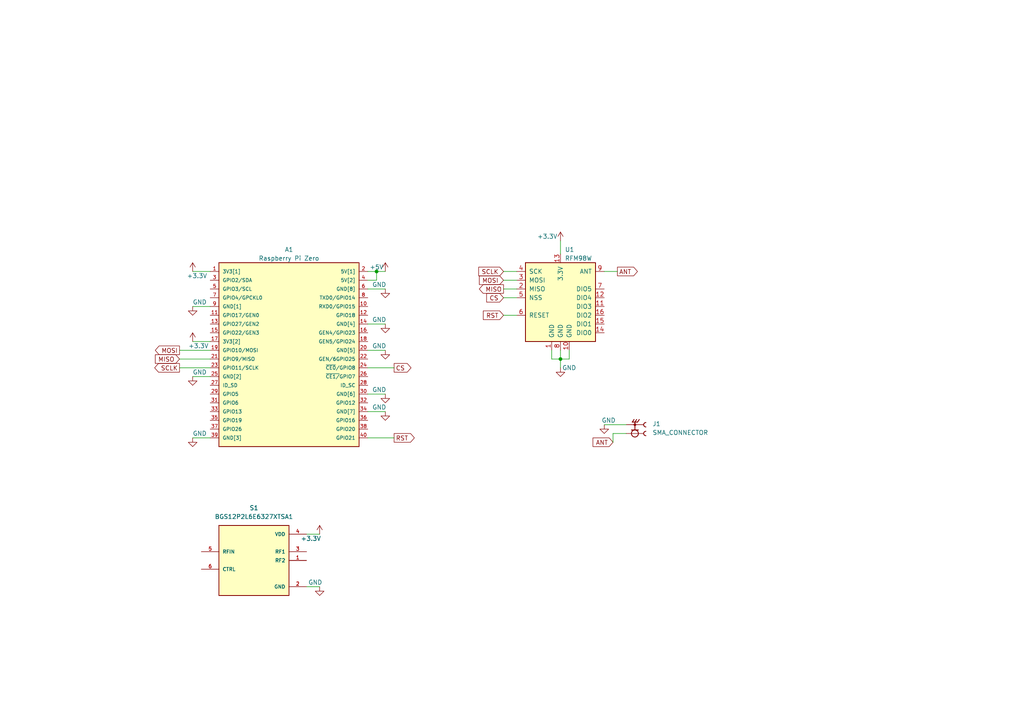
<source format=kicad_sch>
(kicad_sch (version 20211123) (generator eeschema)
  (paper "A4")
  (lib_symbols
    (symbol "ADA3708:ADA3708" (pin_names (offset 1.016))
      (property "Reference" "A" (at -20.3454 26.6954 0))
      (property "Value" "ADA3708" (at -20.3454 -30.5054 0))
      (symbol "ADA3708_0_0"
        (rectangle (start -20.32 -27.94) (end 20.32 25.4) (stroke (width 0.254)) (fill (type background)))
        (pin power_in line (at -22.86 22.86 0) (length 2.54) (name "3V3[1]") (number "1"))
        (pin bidirectional line (at 22.86 12.7 180) (length 2.54) (name "RXD0/GPIO15") (number "10"))
        (pin bidirectional line (at -22.86 10.16 0) (length 2.54) (name "GPIO17/GEN0") (number "11"))
        (pin bidirectional line (at 22.86 10.16 180) (length 2.54) (name "GPIO18") (number "12"))
        (pin bidirectional line (at -22.86 7.62 0) (length 2.54) (name "GPIO27/GEN2") (number "13"))
        (pin power_in line (at 22.86 7.62 180) (length 2.54) (name "GND[4]") (number "14"))
        (pin bidirectional line (at -22.86 5.08 0) (length 2.54) (name "GPIO22/GEN3") (number "15"))
        (pin bidirectional line (at 22.86 5.08 180) (length 2.54) (name "GEN4/GPIO23") (number "16"))
        (pin power_in line (at -22.86 2.54 0) (length 2.54) (name "3V3[2]") (number "17"))
        (pin bidirectional line (at 22.86 2.54 180) (length 2.54) (name "GEN5/GPIO24") (number "18"))
        (pin bidirectional line (at -22.86 0 0) (length 2.54) (name "GPIO10/MOSI") (number "19"))
        (pin power_in line (at 22.86 22.86 180) (length 2.54) (name "5V[1]") (number "2"))
        (pin power_in line (at 22.86 0 180) (length 2.54) (name "GND[5]") (number "20"))
        (pin bidirectional line (at -22.86 -2.54 0) (length 2.54) (name "GPIO9/MISO") (number "21"))
        (pin bidirectional line (at 22.86 -2.54 180) (length 2.54) (name "GEN/6GPIO25") (number "22"))
        (pin bidirectional line (at -22.86 -5.08 0) (length 2.54) (name "GPIO11/SCLK") (number "23"))
        (pin bidirectional line (at 22.86 -5.08 180) (length 2.54) (name "~{CE0}/GPIO8") (number "24"))
        (pin power_in line (at -22.86 -7.62 0) (length 2.54) (name "GND[2]") (number "25"))
        (pin bidirectional line (at 22.86 -7.62 180) (length 2.54) (name "~{CE1/}GPIO7") (number "26"))
        (pin bidirectional line (at -22.86 -10.16 0) (length 2.54) (name "ID_SD") (number "27"))
        (pin bidirectional line (at 22.86 -10.16 180) (length 2.54) (name "ID_SC") (number "28"))
        (pin bidirectional line (at -22.86 -12.7 0) (length 2.54) (name "GPIO5") (number "29"))
        (pin bidirectional line (at -22.86 20.32 0) (length 2.54) (name "GPIO2/SDA") (number "3"))
        (pin power_in line (at 22.86 -12.7 180) (length 2.54) (name "GND[6]") (number "30"))
        (pin bidirectional line (at -22.86 -15.24 0) (length 2.54) (name "GPIO6") (number "31"))
        (pin bidirectional line (at 22.86 -15.24 180) (length 2.54) (name "GPIO12") (number "32"))
        (pin bidirectional line (at -22.86 -17.78 0) (length 2.54) (name "GPIO13") (number "33"))
        (pin power_in line (at 22.86 -17.78 180) (length 2.54) (name "GND[7]") (number "34"))
        (pin bidirectional line (at -22.86 -20.32 0) (length 2.54) (name "GPIO19") (number "35"))
        (pin bidirectional line (at 22.86 -20.32 180) (length 2.54) (name "GPIO16") (number "36"))
        (pin bidirectional line (at -22.86 -22.86 0) (length 2.54) (name "GPIO26") (number "37"))
        (pin bidirectional line (at 22.86 -22.86 180) (length 2.54) (name "GPIO20") (number "38"))
        (pin power_in line (at -22.86 -25.4 0) (length 2.54) (name "GND[3]") (number "39"))
        (pin power_in line (at 22.86 20.32 180) (length 2.54) (name "5V[2]") (number "4"))
        (pin bidirectional line (at 22.86 -25.4 180) (length 2.54) (name "GPIO21") (number "40"))
        (pin bidirectional line (at -22.86 17.78 0) (length 2.54) (name "GPIO3/SCL") (number "5"))
        (pin power_in line (at 22.86 17.78 180) (length 2.54) (name "GND[8]") (number "6"))
        (pin bidirectional line (at -22.86 15.24 0) (length 2.54) (name "GPIO4/GPCKL0") (number "7"))
        (pin bidirectional line (at 22.86 15.24 180) (length 2.54) (name "TXD0/GPIO14") (number "8"))
        (pin power_in line (at -22.86 12.7 0) (length 2.54) (name "GND[1]") (number "9"))
      )
    )
    (symbol "BGS12P2L6E6327XTSA1:BGS12P2L6E6327XTSA1" (pin_names (offset 1.016))
      (property "Reference" "S" (at -10.16 10.922 0))
      (property "Value" "BGS12P2L6E6327XTSA1" (at -10.16 -12.7 0))
      (symbol "BGS12P2L6E6327XTSA1_0_0"
        (rectangle (start -10.16 -10.16) (end 10.16 10.16) (stroke (width 0.254)) (fill (type background)))
        (pin bidirectional line (at 15.24 0 180) (length 5.08) (name "RF2") (number "1"))
        (pin power_in line (at 15.24 -7.62 180) (length 5.08) (name "GND") (number "2"))
        (pin bidirectional line (at 15.24 2.54 180) (length 5.08) (name "RF1") (number "3"))
        (pin power_in line (at 15.24 7.62 180) (length 5.08) (name "VDD") (number "4"))
        (pin input line (at -15.24 2.54 0) (length 5.08) (name "RFIN") (number "5"))
        (pin input line (at -15.24 -2.54 0) (length 5.08) (name "CTRL") (number "6"))
      )
    )
    (symbol "RF_Module:RFM98W-433S2" (pin_names (offset 1.016))
      (property "Reference" "U" (at -10.414 11.684 0))
      (property "Value" "RFM98W-433S2" (at 1.524 11.43 0))
      (symbol "RFM98W-433S2_0_1"
        (rectangle (start -10.16 10.16) (end 10.16 -12.7) (stroke (width 0.254)) (fill (type background)))
      )
      (symbol "RFM98W-433S2_1_1"
        (pin power_in line (at -2.54 -15.24 90) (length 2.54) (name "GND") (number "1"))
        (pin power_in line (at 2.54 -15.24 90) (length 2.54) (name "GND") (number "10"))
        (pin bidirectional line (at 12.7 -2.54 180) (length 2.54) (name "DIO3") (number "11"))
        (pin bidirectional line (at 12.7 0 180) (length 2.54) (name "DIO4") (number "12"))
        (pin power_in line (at 0 12.7 270) (length 2.54) (name "3.3V") (number "13"))
        (pin bidirectional line (at 12.7 -10.16 180) (length 2.54) (name "DIO0") (number "14"))
        (pin bidirectional line (at 12.7 -7.62 180) (length 2.54) (name "DIO1") (number "15"))
        (pin bidirectional line (at 12.7 -5.08 180) (length 2.54) (name "DIO2") (number "16"))
        (pin output line (at -12.7 2.54 0) (length 2.54) (name "MISO") (number "2"))
        (pin input line (at -12.7 5.08 0) (length 2.54) (name "MOSI") (number "3"))
        (pin input line (at -12.7 7.62 0) (length 2.54) (name "SCK") (number "4"))
        (pin input line (at -12.7 0 0) (length 2.54) (name "NSS") (number "5"))
        (pin bidirectional line (at -12.7 -5.08 0) (length 2.54) (name "RESET") (number "6"))
        (pin bidirectional line (at 12.7 2.54 180) (length 2.54) (name "DIO5") (number "7"))
        (pin power_in line (at 0 -15.24 90) (length 2.54) (name "GND") (number "8"))
        (pin bidirectional line (at 12.7 7.62 180) (length 2.54) (name "ANT") (number "9"))
      )
    )
    (symbol "SMA_CONNECTOR:SMA_CONNECTOR" (pin_numbers hide) (pin_names (offset 1.016) hide)
      (property "Reference" "J" (at -3.81 1.524 0))
      (property "Value" "SMA_CONNECTOR" (at -4.064 -6.858 0))
      (symbol "SMA_CONNECTOR_0_0"
        (arc (start -3.175 -3.175) (mid -2.54 -2.54) (end -3.175 -1.905) (stroke (width 0.254)))
        (arc (start -3.175 -0.635) (mid -2.54 0) (end -3.175 0.635) (stroke (width 0.254)))
        (circle (center 0 -2.54) (radius 0.254) (stroke (width 0.254)))
        (polyline (pts (xy -1.016 -1.016) (xy 0 -1.016)) (stroke (width 0.254)))
        (polyline (pts (xy -0.762 -3.302) (xy -1.27 -4.064)) (stroke (width 0.254)))
        (polyline (pts (xy 0 -3.302) (xy -0.762 -3.302)) (stroke (width 0.254)))
        (polyline (pts (xy 0 -3.302) (xy -0.508 -4.064)) (stroke (width 0.254)))
        (polyline (pts (xy 0 -3.302) (xy 0.762 -3.302)) (stroke (width 0.254)))
        (polyline (pts (xy 0 -1.016) (xy 0 -3.302)) (stroke (width 0.254)))
        (polyline (pts (xy 0 -1.016) (xy 1.016 -1.016)) (stroke (width 0.254)))
        (polyline (pts (xy 0.762 -3.302) (xy 0.254 -4.064)) (stroke (width 0.254)))
        (circle (center 0 0) (radius 1.016) (stroke (width 0.254)))
        (pin passive line (at 2.54 0 180) (length 5.08) (name "~") (number "1"))
        (pin passive line (at 2.54 -2.54 180) (length 5.08) (name "~") (number "G1"))
        (pin passive line (at 2.54 -2.54 180) (length 5.08) (name "~") (number "G2"))
        (pin passive line (at 2.54 -2.54 180) (length 5.08) (name "~") (number "G3"))
        (pin passive line (at 2.54 -2.54 180) (length 5.08) (name "~") (number "G4"))
      )
    )
    (symbol "power:+3.3V" (power) (pin_names (offset 0))
      (property "Value" "+3.3V" (at 0 3.556 0))
      (symbol "+3.3V_0_1"
        (polyline (pts (xy -0.762 1.27) (xy 0 2.54)))
        (polyline (pts (xy 0 0) (xy 0 2.54)))
        (polyline (pts (xy 0 2.54) (xy 0.762 1.27)))
      )
      (symbol "+3.3V_1_1"
        (pin power_in line (at 0 0 90) (length 0) hide (name "+3.3V") (number "1"))
      )
    )
    (symbol "power:+5V" (power) (pin_names (offset 0))
      (property "Value" "+5V" (at 0 3.556 0))
      (symbol "+5V_0_1"
        (polyline (pts (xy -0.762 1.27) (xy 0 2.54)))
        (polyline (pts (xy 0 0) (xy 0 2.54)))
        (polyline (pts (xy 0 2.54) (xy 0.762 1.27)))
      )
      (symbol "+5V_1_1"
        (pin power_in line (at 0 0 90) (length 0) hide (name "+5V") (number "1"))
      )
    )
    (symbol "power:GND" (power) (pin_names (offset 0))
      (property "Value" "GND" (at 0 -3.81 0))
      (symbol "GND_0_1"
        (polyline (pts (xy 0 0) (xy 0 -1.27) (xy 1.27 -1.27) (xy 0 -2.54) (xy -1.27 -1.27) (xy 0 -1.27)))
      )
      (symbol "GND_1_1"
        (pin power_in line (at 0 0 270) (length 0) hide (name "GND") (number "1"))
      )
    )
  )
  (junction (at 162.56 104.14))
  (junction (at 109.22 78.74))
  (wire (pts (xy 106.68 101.6) (xy 111.76 101.6)))
  (wire (pts (xy 106.68 114.3) (xy 111.76 114.3)))
  (wire (pts (xy 146.05 78.74) (xy 149.86 78.74)))
  (wire (pts (xy 55.88 88.9) (xy 60.96 88.9)))
  (wire (pts (xy 175.26 123.19) (xy 181.61 123.19)))
  (wire (pts (xy 175.26 78.74) (xy 179.07 78.74)))
  (wire (pts (xy 160.02 101.6) (xy 160.02 104.14)))
  (wire (pts (xy 162.56 69.85) (xy 162.56 73.66)))
  (wire (pts (xy 106.68 106.68) (xy 114.3 106.68)))
  (wire (pts (xy 55.88 109.22) (xy 60.96 109.22)))
  (wire (pts (xy 177.8 125.73) (xy 181.61 125.73)))
  (wire (pts (xy 52.07 101.6) (xy 60.96 101.6)))
  (wire (pts (xy 106.68 119.38) (xy 111.76 119.38)))
  (wire (pts (xy 146.05 86.36) (xy 149.86 86.36)))
  (wire (pts (xy 165.1 104.14) (xy 162.56 104.14)))
  (wire (pts (xy 55.88 99.06) (xy 60.96 99.06)))
  (wire (pts (xy 160.02 104.14) (xy 162.56 104.14)))
  (wire (pts (xy 88.9 170.18) (xy 92.71 170.18)))
  (wire (pts (xy 52.07 106.68) (xy 60.96 106.68)))
  (wire (pts (xy 55.88 127) (xy 60.96 127)))
  (wire (pts (xy 52.07 104.14) (xy 60.96 104.14)))
  (wire (pts (xy 162.56 101.6) (xy 162.56 104.14)))
  (wire (pts (xy 162.56 104.14) (xy 162.56 106.68)))
  (wire (pts (xy 106.68 83.82) (xy 111.76 83.82)))
  (wire (pts (xy 55.88 78.74) (xy 60.96 78.74)))
  (wire (pts (xy 106.68 81.28) (xy 109.22 81.28)))
  (wire (pts (xy 106.68 127) (xy 114.3 127)))
  (wire (pts (xy 109.22 81.28) (xy 109.22 78.74)))
  (wire (pts (xy 177.8 125.73) (xy 177.8 128.27)))
  (wire (pts (xy 106.68 78.74) (xy 109.22 78.74)))
  (wire (pts (xy 146.05 81.28) (xy 149.86 81.28)))
  (wire (pts (xy 146.05 83.82) (xy 149.86 83.82)))
  (wire (pts (xy 165.1 101.6) (xy 165.1 104.14)))
  (wire (pts (xy 88.9 154.94) (xy 92.71 154.94)))
  (wire (pts (xy 106.68 93.98) (xy 111.76 93.98)))
  (wire (pts (xy 109.22 78.74) (xy 111.76 78.74)))
  (wire (pts (xy 146.05 91.44) (xy 149.86 91.44)))
  (global_label "MISO" (shape input) (at 52.07 104.14 180) (property "Intersheet References" "${INTERSHEET_REFS}" (effects hide)))
  (global_label "CS" (shape output) (at 114.3 106.68 0) (property "Intersheet References" "${INTERSHEET_REFS}" (effects hide)))
  (global_label "RST" (shape output) (at 114.3 127 0) (property "Intersheet References" "${INTERSHEET_REFS}" (effects hide)))
  (global_label "ANT" (shape output) (at 179.07 78.74 0) (property "Intersheet References" "${INTERSHEET_REFS}" (effects hide)))
  (global_label "SCLK" (shape input) (at 146.05 78.74 180) (property "Intersheet References" "${INTERSHEET_REFS}" (effects hide)))
  (global_label "ANT" (shape input) (at 177.8 128.27 180) (property "Intersheet References" "${INTERSHEET_REFS}" (effects hide)))
  (global_label "MOSI" (shape output) (at 52.07 101.6 180) (property "Intersheet References" "${INTERSHEET_REFS}" (effects hide)))
  (global_label "RST" (shape input) (at 146.05 91.44 180) (property "Intersheet References" "${INTERSHEET_REFS}" (effects hide)))
  (global_label "SCLK" (shape output) (at 52.07 106.68 180) (property "Intersheet References" "${INTERSHEET_REFS}" (effects hide)))
  (global_label "MOSI" (shape input) (at 146.05 81.28 180) (property "Intersheet References" "${INTERSHEET_REFS}" (effects hide)))
  (global_label "CS" (shape input) (at 146.05 86.36 180) (property "Intersheet References" "${INTERSHEET_REFS}" (effects hide)))
  (global_label "MISO" (shape output) (at 146.05 83.82 180) (property "Intersheet References" "${INTERSHEET_REFS}" (effects hide)))
  (symbol (lib_id "RF_Module:RFM98W-433S2") (at 162.56 86.36 0) (unit 1)
    (property "Reference" "U1" (at 163.83 72.39 0) (effects (justify left)))
    (property "Value" "RFM98W" (at 163.83 74.93 0) (effects (justify left)))
    (property "Footprint" "RFM98W-433S2:XCVR_RFM98W-433S2" (effects hide))
    (property "Datasheet" "https://www.hoperf.com/data/upload/portal/20181127/5bfcdb5e17543.pdf" (effects hide))
  )
  (symbol (lib_id "power:GND") (at 162.56 106.68 0) (unit 1)
    (property "Reference" "#PWR015" (effects hide))
    (property "Value" "GND" (at 165.1 106.68 0))
  )
  (symbol (lib_id "SMA_CONNECTOR:SMA_CONNECTOR") (at 184.15 125.73 180) (unit 1)
    (property "Reference" "J1" (at 189.23 122.9359 0) (effects (justify right)))
    (property "Value" "SMA_CONNECTOR" (at 189.23 125.4759 0) (effects (justify right)))
    (property "Footprint" "SMA_CONNECTOR:LPRS_SMA_CONNECTOR" (effects hide))
    (property "MAXIMUM_PACKAGE_HEIGHT" "8.3 mm" (effects hide))
    (property "MANUFACTURER" "LPRS" (effects hide))
    (property "PARTREV" "1.3" (effects hide))
    (property "STANDARD" "Manufacturer Recommendations" (effects hide))
  )
  (symbol (lib_id "power:GND") (at 111.76 93.98 0) (unit 1)
    (property "Reference" "#PWR010" (effects hide))
    (property "Value" "GND" (at 107.95 92.71 0) (effects (justify left)))
  )
  (symbol (lib_id "power:GND") (at 111.76 83.82 0) (unit 1)
    (property "Reference" "#PWR09" (effects hide))
    (property "Value" "GND" (at 107.95 82.55 0) (effects (justify left)))
  )
  (symbol (lib_id "ADA3708:ADA3708") (at 83.82 101.6 0) (unit 1)
    (property "Reference" "A1" (at 83.82 72.39 0))
    (property "Value" "Raspberry Pi Zero" (at 83.82 74.93 0))
    (property "Footprint" "ADA3708:ADA3708_RPI-ZERO" (effects hide))
    (property "STANDARD" "MAnufactutrer Recommendations" (effects hide))
    (property "MANUFACTURER" "Raspberry" (effects hide))
  )
  (symbol (lib_id "power:GND") (at 55.88 88.9 0) (unit 1)
    (property "Reference" "#PWR02" (effects hide))
    (property "Value" "GND" (at 55.88 87.63 0) (effects (justify left)))
  )
  (symbol (lib_id "power:GND") (at 111.76 101.6 0) (unit 1)
    (property "Reference" "#PWR011" (effects hide))
    (property "Value" "GND" (at 107.95 100.33 0) (effects (justify left)))
  )
  (symbol (lib_id "power:+5V") (at 111.76 78.74 0) (unit 1)
    (property "Reference" "#PWR08" (effects hide))
    (property "Value" "+5V" (at 109.22 77.47 0))
  )
  (symbol (lib_id "power:+3.3V") (at 92.71 154.94 0) (unit 1)
    (property "Reference" "#PWR06" (effects hide))
    (property "Value" "+3.3V" (at 90.17 156.21 0))
  )
  (symbol (lib_id "power:+3.3V") (at 55.88 78.74 0) (unit 1)
    (property "Reference" "#PWR01" (effects hide))
    (property "Value" "+3.3V" (at 57.15 80.01 0))
  )
  (symbol (lib_id "power:GND") (at 92.71 170.18 0) (unit 1)
    (property "Reference" "#PWR07" (effects hide))
    (property "Value" "GND" (at 91.44 168.91 0))
  )
  (symbol (lib_id "power:GND") (at 55.88 109.22 0) (unit 1)
    (property "Reference" "#PWR04" (effects hide))
    (property "Value" "GND" (at 55.88 107.95 0) (effects (justify left)))
  )
  (symbol (lib_id "power:+3.3V") (at 55.88 99.06 0) (unit 1)
    (property "Reference" "#PWR03" (effects hide))
    (property "Value" "+3.3V" (at 54.61 100.33 0) (effects (justify left)))
  )
  (symbol (lib_id "power:GND") (at 111.76 114.3 0) (unit 1)
    (property "Reference" "#PWR012" (effects hide))
    (property "Value" "GND" (at 107.95 113.03 0) (effects (justify left)))
  )
  (symbol (lib_id "power:GND") (at 55.88 127 0) (unit 1)
    (property "Reference" "#PWR05" (effects hide))
    (property "Value" "GND" (at 55.88 125.73 0) (effects (justify left)))
  )
  (symbol (lib_id "power:GND") (at 111.76 119.38 0) (unit 1)
    (property "Reference" "#PWR013" (effects hide))
    (property "Value" "GND" (at 107.95 118.11 0) (effects (justify left)))
  )
  (symbol (lib_id "BGS12P2L6E6327XTSA1:BGS12P2L6E6327XTSA1") (at 73.66 162.56 0) (unit 1)
    (property "Reference" "S1" (at 73.66 147.32 0))
    (property "Value" "BGS12P2L6E6327XTSA1" (at 73.66 149.86 0))
    (property "Footprint" "BGS12P2L6E6327XTSA1:SW_BGS12P2L6E6327XTSA1" (effects hide))
    (property "MAXIMUM_PACKAGE_HEIGHT" "0.32mm" (effects hide))
    (property "MANUFACTURER" "Infineon" (effects hide))
    (property "STANDARD" "Manufacturer Recommendations" (effects hide))
    (property "PARTREV" "2" (effects hide))
  )
  (symbol (lib_id "power:GND") (at 175.26 123.19 0) (unit 1)
    (property "Reference" "#PWR016" (effects hide))
    (property "Value" "GND" (at 176.53 121.92 0))
  )
  (symbol (lib_id "power:+3.3V") (at 162.56 69.85 0) (unit 1)
    (property "Reference" "#PWR014" (effects hide))
    (property "Value" "+3.3V" (at 158.75 68.58 0))
  )
)
</source>
